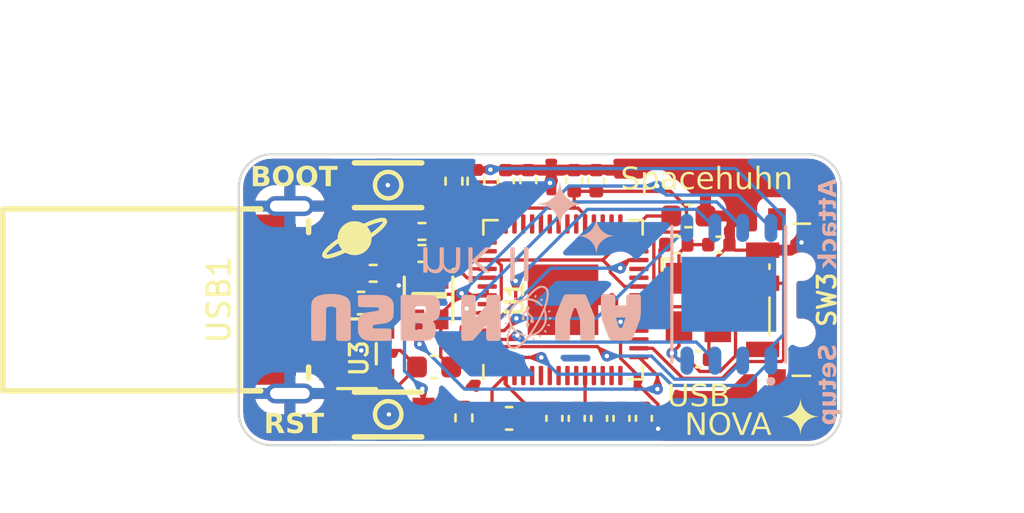
<source format=kicad_pcb>
(kicad_pcb (version 20221018) (generator pcbnew)
  (title_block (title "USB Nova RP2040") (date "2023-03-15") (rev "1") (company "Spacehuhn Technologies") (comment 1 "Designed with <3 by Stefan"))
  (layers (0 "F.Cu" signal) (31 "B.Cu" signal) (34 "B.Paste" user) (35 "F.Paste" user) (36 "B.SilkS" user "B.Silkscreen") (37 "F.SilkS" user "F.Silkscreen") (38 "B.Mask" user) (39 "F.Mask" user) (44 "Edge.Cuts" user))
  (net 0 "")
  (net 1 "+1V1")
  (net 2 "GND")
  (net 3 "Net-(X1-OSC1)")
  (net 4 "Net-(U1-XIN)")
  (net 5 "+3V3")
  (net 6 "VBUS")
  (net 8 "/NEOPIXEL")
  (net 9 "Net-(USB1-CC)")
  (net 10 "/RESET")
  (net 11 "/D+")
  (net 12 "/D-")
  (net 13 "Net-(U1-XOUT)")
  (net 14 "Net-(R6-Pad2)")
  (net 16 "/MODE_SW")
  (net 47 "/QSPI_DATA3")
  (net 48 "/QSPI_SCK")
  (net 49 "/QSPI_DATA0")
  (net 50 "/QSPI_DATA2")
  (net 51 "/QSPI_DATA1")
  (net 55 "/DP")
  (net 56 "/DN")
  (net 57 "/QSPI_CS")
  (footprint "Capacitor_SMD:C_0402_1005Metric" (layer "F.Cu") (at 142.6175 114.4 90)
    (fp_text reference "C3" hide)
    (fp_text value "100nF")
    (pad "1" smd roundrect (at -0.48 0 90) (size 0.56 0.62) (layers "F.Cu" "F.Paste" "F.Mask") (net 1 "+1V1"))
    (pad "2" smd roundrect (at 0.48 0 90) (size 0.56 0.62) (layers "F.Cu" "F.Paste" "F.Mask") (net 2 "GND"))
  )
  (footprint "Capacitor_SMD:C_0402_1005Metric" (layer "F.Cu") (at 151.255 117.3)
    (fp_text reference "C2" hide)
    (fp_text value "33pF")
    (pad "1" smd roundrect (at -0.48 0) (size 0.56 0.62) (layers "F.Cu" "F.Paste" "F.Mask") (net 3 "Net-(X1-OSC1)"))
    (pad "2" smd roundrect (at 0.48 0) (size 0.56 0.62) (layers "F.Cu" "F.Paste" "F.Mask") (net 2 "GND"))
  )
  (footprint "Resistor_SMD:R_0402_1005Metric" (layer "F.Cu") (at 139.7 125.16 -90)
    (fp_text reference "R2" hide)
    (fp_text value "10K")
    (pad "1" smd roundrect (at -0.51 0 270) (size 0.54 0.64) (layers "F.Cu" "F.Paste" "F.Mask") (net 5 "+3V3"))
    (pad "2" smd roundrect (at 0.51 0 270) (size 0.54 0.64) (layers "F.Cu" "F.Paste" "F.Mask") (net 10 "/RESET"))
  )
  (footprint "Capacitor_SMD:C_0603_1608Metric" (layer "F.Cu") (at 138.35 122.85 180)
    (fp_text reference "C13" hide)
    (fp_text value "10uF")
    (pad "1" smd roundrect (at -0.775 0 180) (size 0.9 0.95) (layers "F.Cu" "F.Paste" "F.Mask") (net 5 "+3V3"))
    (pad "2" smd roundrect (at 0.775 0 180) (size 0.9 0.95) (layers "F.Cu" "F.Paste" "F.Mask") (net 2 "GND"))
  )
  (footprint "Capacitor_SMD:C_0402_1005Metric" (layer "F.Cu") (at 145.7 114.4 90)
    (fp_text reference "C14" hide)
    (fp_text value "100nF")
    (pad "1" smd roundrect (at -0.48 0 90) (size 0.56 0.62) (layers "F.Cu" "F.Paste" "F.Mask") (net 5 "+3V3"))
    (pad "2" smd roundrect (at 0.48 0 90) (size 0.56 0.62) (layers "F.Cu" "F.Paste" "F.Mask") (net 2 "GND"))
  )
  (footprint "Capacitor_SMD:C_0402_1005Metric" (layer "F.Cu") (at 145.8284 125.18 -90)
    (fp_text reference "C8" hide)
    (fp_text value "100nF")
    (pad "1" smd roundrect (at -0.48 0 270) (size 0.56 0.62) (layers "F.Cu" "F.Paste" "F.Mask") (net 5 "+3V3"))
    (pad "2" smd roundrect (at 0.48 0 270) (size 0.56 0.62) (layers "F.Cu" "F.Paste" "F.Mask") (net 2 "GND"))
  )
  (footprint "Artwork:star_tiny" (layer "F.Cu") (at 154.95 125.1)
    (fp_text reference "G8" hide)
    (fp_text value "LOGO" hide)
  )
  (footprint "Resistor_SMD:R_0402_1005Metric" (layer "F.Cu") (at 137.8 117.7)
    (fp_text reference "R3" hide)
    (fp_text value "27R")
    (pad "1" smd roundrect (at -0.51 0) (size 0.54 0.64) (layers "F.Cu" "F.Paste" "F.Mask") (net 11 "/D+"))
    (pad "2" smd roundrect (at 0.51 0) (size 0.54 0.64) (layers "F.Cu" "F.Paste" "F.Mask") (net 55 "/DP"))
  )
  (footprint "Capacitor_SMD:C_0402_1005Metric" (layer "F.Cu") (at 144.8142 125.18 -90)
    (fp_text reference "C11" hide)
    (fp_text value "100nF")
    (pad "1" smd roundrect (at -0.48 0 270) (size 0.56 0.62) (layers "F.Cu" "F.Paste" "F.Mask") (net 5 "+3V3"))
    (pad "2" smd roundrect (at 0.48 0 270) (size 0.56 0.62) (layers "F.Cu" "F.Paste" "F.Mask") (net 2 "GND"))
  )
  (footprint "Resistor_SMD:R_0402_1005Metric" (layer "F.Cu") (at 149.325 117.3 180)
    (fp_text reference "R5" hide)
    (fp_text value "1K")
    (pad "1" smd roundrect (at -0.51 0 180) (size 0.54 0.64) (layers "F.Cu" "F.Paste" "F.Mask") (net 3 "Net-(X1-OSC1)"))
    (pad "2" smd roundrect (at 0.51 0 180) (size 0.54 0.64) (layers "F.Cu" "F.Paste" "F.Mask") (net 13 "Net-(U1-XOUT)"))
  )
  (footprint "_mykicadlib:SW-SMD_L3.0-W2.0-LS3.5" (layer "F.Cu") (at 136.27 114.6 180)
    (fp_text reference "SW2" hide)
    (fp_text value "1TS015A-2200-0600-CT")
    (pad "1" smd rect (at -1.6 0 180) (size 1 1.52) (layers "F.Cu" "F.Paste" "F.Mask") (net 14 "Net-(R6-Pad2)"))
    (pad "2" smd rect (at 1.6 0 180) (size 1 1.52) (layers "F.Cu" "F.Paste" "F.Mask") (net 2 "GND"))
  )
  (footprint "Resistor_SMD:R_0402_1005Metric" (layer "F.Cu") (at 139.25 114.42 -90)
    (fp_text reference "R6" hide)
    (fp_text value "1K")
    (pad "1" smd roundrect (at -0.51 0 270) (size 0.54 0.64) (layers "F.Cu" "F.Paste" "F.Mask") (net 57 "/QSPI_CS"))
    (pad "2" smd roundrect (at 0.51 0 270) (size 0.54 0.64) (layers "F.Cu" "F.Paste" "F.Mask") (net 14 "Net-(R6-Pad2)"))
  )
  (footprint "Capacitor_SMD:C_0402_1005Metric" (layer "F.Cu") (at 147.8567 125.18 -90)
    (fp_text reference "C15" hide)
    (fp_text value "100nF")
    (pad "1" smd roundrect (at -0.48 0 270) (size 0.56 0.62) (layers "F.Cu" "F.Paste" "F.Mask") (net 5 "+3V3"))
    (pad "2" smd roundrect (at 0.48 0 270) (size 0.56 0.62) (layers "F.Cu" "F.Paste" "F.Mask") (net 2 "GND"))
  )
  (footprint "Artwork:planet_small" (layer "F.Cu") (at 134.75 117)
    (fp_text reference "G6" hide)
    (fp_text value "LOGO" hide)
  )
  (footprint "Capacitor_SMD:C_0603_1608Metric" (layer "F.Cu") (at 141.75 125.18)
    (fp_text reference "C10" hide)
    (fp_text value "1uF")
    (pad "1" smd roundrect (at -0.775 0) (size 0.9 0.95) (layers "F.Cu" "F.Paste" "F.Mask") (net 5 "+3V3"))
    (pad "2" smd roundrect (at 0.775 0) (size 0.9 0.95) (layers "F.Cu" "F.Paste" "F.Mask") (net 2 "GND"))
  )
  (footprint "_mykicadlib:SW-SMD_L3.0-W2.0-LS3.5" (layer "F.Cu") (at 136.27 125 180)
    (fp_text reference "SW1" hide)
    (fp_text value "1TS015A-2200-0600-CT")
    (pad "1" smd rect (at -1.6 0 180) (size 1 1.52) (layers "F.Cu" "F.Paste" "F.Mask") (net 10 "/RESET"))
    (pad "2" smd rect (at 1.6 0 180) (size 1 1.52) (layers "F.Cu" "F.Paste" "F.Mask") (net 2 "GND"))
  )
  (footprint "Capacitor_SMD:C_0402_1005Metric" (layer "F.Cu") (at 143.8 125.18 -90)
    (fp_text reference "C12" hide)
    (fp_text value "100nF")
    (pad "1" smd roundrect (at -0.48 0 270) (size 0.56 0.62) (layers "F.Cu" "F.Paste" "F.Mask") (net 5 "+3V3"))
    (pad "2" smd roundrect (at 0.48 0 270) (size 0.56 0.62) (layers "F.Cu" "F.Paste" "F.Mask") (net 2 "GND"))
  )
  (footprint "Capacitor_SMD:C_0402_1005Metric" (layer "F.Cu") (at 144.7 114.4 90)
    (fp_text reference "C5" hide)
    (fp_text value "100nF")
    (pad "1" smd roundrect (at -0.48 0 90) (size 0.56 0.62) (layers "F.Cu" "F.Paste" "F.Mask") (net 5 "+3V3"))
    (pad "2" smd roundrect (at 0.48 0 90) (size 0.56 0.62) (layers "F.Cu" "F.Paste" "F.Mask") (net 2 "GND"))
  )
  (footprint "Capacitor_SMD:C_0402_1005Metric" (layer "F.Cu") (at 146.8425 125.18 -90)
    (fp_text reference "C9" hide)
    (fp_text value "100nF")
    (pad "1" smd roundrect (at -0.48 0 270) (size 0.56 0.62) (layers "F.Cu" "F.Paste" "F.Mask") (net 5 "+3V3"))
    (pad "2" smd roundrect (at 0.48 0 270) (size 0.56 0.62) (layers "F.Cu" "F.Paste" "F.Mask") (net 2 "GND"))
  )
  (footprint "Capacitor_SMD:C_0402_1005Metric" (layer "F.Cu") (at 150.325 122.5 180)
    (fp_text reference "C4" hide)
    (fp_text value "33pF")
    (pad "1" smd roundrect (at -0.48 0 180) (size 0.56 0.62) (layers "F.Cu" "F.Paste" "F.Mask") (net 4 "Net-(U1-XIN)"))
    (pad "2" smd roundrect (at 0.48 0 180) (size 0.56 0.62) (layers "F.Cu" "F.Paste" "F.Mask") (net 2 "GND"))
  )
  (footprint "_mykicadlib:OSC-SMD_4P-L3.2-W2.5-BL" (layer "F.Cu") (at 150.3275 119.925 -90)
    (fp_text reference "X1" hide)
    (fp_text value "Crystal_12MHz")
    (pad "1" smd rect (at -1.1 0.88 270) (size 1.4 1.2) (layers "F.Cu" "F.Paste" "F.Mask") (net 3 "Net-(X1-OSC1)"))
    (pad "2" smd rect (at 1.1 0.88 270) (size 1.4 1.2) (layers "F.Cu" "F.Paste" "F.Mask") (net 2 "GND"))
    (pad "3" smd rect (at 1.1 -0.88 270) (size 1.4 1.2) (layers "F.Cu" "F.Paste" "F.Mask") (net 4 "Net-(U1-XIN)"))
    (pad "4" smd rect (at -1.1 -0.88 270) (size 1.4 1.2) (layers "F.Cu" "F.Paste" "F.Mask") (net 2 "GND"))
  )
  (footprint "Capacitor_SMD:C_0603_1608Metric" (layer "F.Cu") (at 135.04 119.95 180)
    (fp_text reference "C7" hide)
    (fp_text value "10uF")
    (pad "1" smd roundrect (at -0.775 0 180) (size 0.9 0.95) (layers "F.Cu" "F.Paste" "F.Mask") (net 2 "GND"))
    (pad "2" smd roundrect (at 0.775 0 180) (size 0.9 0.95) (layers "F.Cu" "F.Paste" "F.Mask") (net 6 "VBUS"))
  )
  (footprint "_mykicadlib:SOT-25-5_ME6211C33M5G" (layer "F.Cu") (at 134.75 122.255 -90)
    (fp_text reference "U3" (at 0.2 -0.2 90) (layer "F.SilkS") (effects (font (size 0.8 0.8))))
    (fp_text value "ME6211C33M5G-N")
    (pad "1" smd rect (at -0.955 1.05 180) (size 1.09 0.53) (layers "F.Cu" "F.Paste" "F.Mask") (net 6 "VBUS"))
    (pad "2" smd rect (at -0.005 1.05 180) (size 1.09 0.53) (layers "F.Cu" "F.Paste" "F.Mask") (net 2 "GND"))
    (pad "3" smd rect (at 0.945 1.05 180) (size 1.09 0.53) (layers "F.Cu" "F.Paste" "F.Mask") (net 6 "VBUS"))
    (pad "4" smd rect (at 0.945 -1.25 180) (size 1.09 0.53) (layers "F.Cu" "F.Paste" "F.Mask"))
    (pad "5" smd rect (at -0.955 -1.25 180) (size 1.09 0.53) (layers "F.Cu" "F.Paste" "F.Mask") (net 5 "+3V3"))
  )
  (footprint "_mykicadlib:LED-SMD_4P-L2.0-W2.0-TL_WS2812B-2020" (layer "F.Cu") (at 138.1 119.7725 -90)
    (fp_text reference "LED1" hide)
    (fp_text value "WS2812B-2020")
    (pad "1" smd rect (at -0.92 -0.55 270) (size 0.9 0.7) (layers "F.Cu" "F.Paste" "F.Mask"))
    (pad "2" smd rect (at -0.92 0.55 270) (size 0.9 0.7) (layers "F.Cu" "F.Paste" "F.Mask") (net 2 "GND"))
    (pad "3" smd rect (at 0.92 0.55 270) (size 0.9 0.7) (layers "F.Cu" "F.Paste" "F.Mask") (net 8 "/NEOPIXEL"))
    (pad "4" smd rect (at 0.92 -0.55 270) (size 0.9 0.7) (layers "F.Cu" "F.Paste" "F.Mask") (net 5 "+3V3"))
  )
  (footprint "Package_DFN_QFN:QFN-56-1EP_7x7mm_P0.4mm_EP3.2x3.2mm" (layer "F.Cu") (at 144.1925 119.8 90)
    (fp_text reference "U1" (at 0.0575 -2.1925 90) (layer "F.SilkS") (effects (font (size 0.8 0.8) (thickness 0.16) bold)))
    (fp_text value "RP2040")
    (pad "1" smd roundrect (at -3.4375 -2.6 90) (size 0.875 0.2) (layers "F.Cu" "F.Paste" "F.Mask") (net 5 "+3V3"))
    (pad "2" smd roundrect (at -3.4375 -2.2 90) (size 0.875 0.2) (layers "F.Cu" "F.Paste" "F.Mask"))
    (pad "3" smd roundrect (at -3.4375 -1.8 90) (size 0.875 0.2) (layers "F.Cu" "F.Paste" "F.Mask"))
    (pad "4" smd roundrect (at -3.4375 -1.4 90) (size 0.875 0.2) (layers "F.Cu" "F.Paste" "F.Mask"))
    (pad "5" smd roundrect (at -3.4375 -1 90) (size 0.875 0.2) (layers "F.Cu" "F.Paste" "F.Mask"))
    (pad "6" smd roundrect (at -3.4375 -0.6 90) (size 0.875 0.2) (layers "F.Cu" "F.Paste" "F.Mask"))
    (pad "7" smd roundrect (at -3.4375 -0.2 90) (size 0.875 0.2) (layers "F.Cu" "F.Paste" "F.Mask"))
    (pad "8" smd roundrect (at -3.4375 0.2 90) (size 0.875 0.2) (layers "F.Cu" "F.Paste" "F.Mask"))
    (pad "9" smd roundrect (at -3.4375 0.6 90) (size 0.875 0.2) (layers "F.Cu" "F.Paste" "F.Mask"))
    (pad "10" smd roundrect (at -3.4375 1 90) (size 0.875 0.2) (layers "F.Cu" "F.Paste" "F.Mask") (net 5 "+3V3"))
    (pad "11" smd roundrect (at -3.4375 1.4 90) (size 0.875 0.2) (layers "F.Cu" "F.Paste" "F.Mask"))
    (pad "12" smd roundrect (at -3.4375 1.8 90) (size 0.875 0.2) (layers "F.Cu" "F.Paste" "F.Mask"))
    (pad "13" smd roundrect (at -3.4375 2.2 90) (size 0.875 0.2) (layers "F.Cu" "F.Paste" "F.Mask"))
    (pad "14" smd roundrect (at -3.4375 2.6 90) (size 0.875 0.2) (layers "F.Cu" "F.Paste" "F.Mask"))
    (pad "15" smd roundrect (at -2.6 3.4375 90) (size 0.2 0.875) (layers "F.Cu" "F.Paste" "F.Mask") (net 8 "/NEOPIXEL"))
    (pad "16" smd roundrect (at -2.2 3.4375 90) (size 0.2 0.875) (layers "F.Cu" "F.Paste" "F.Mask") (net 16 "/MODE_SW"))
    (pad "17" smd roundrect (at -1.8 3.4375 90) (size 0.2 0.875) (layers "F.Cu" "F.Paste" "F.Mask"))
    (pad "18" smd roundrect (at -1.4 3.4375 90) (size 0.2 0.875) (layers "F.Cu" "F.Paste" "F.Mask"))
    (pad "19" smd roundrect (at -1 3.4375 90) (size 0.2 0.875) (layers "F.Cu" "F.Paste" "F.Mask") (net 2 "GND"))
    (pad "20" smd roundrect (at -0.6 3.4375 90) (size 0.2 0.875) (layers "F.Cu" "F.Paste" "F.Mask") (net 4 "Net-(U1-XIN)"))
    (pad "21" smd roundrect (at -0.2 3.4375 90) (size 0.2 0.875) (layers "F.Cu" "F.Paste" "F.Mask") (net 13 "Net-(U1-XOUT)"))
    (pad "22" smd roundrect (at 0.2 3.4375 90) (size 0.2 0.875) (layers "F.Cu" "F.Paste" "F.Mask") (net 5 "+3V3"))
    (pad "23" smd roundrect (at 0.6 3.4375 90) (size 0.2 0.875) (layers "F.Cu" "F.Paste" "F.Mask") (net 1 "+1V1"))
    (pad "24" smd roundrect (at 1 3.4375 90) (size 0.2 0.875) (layers "F.Cu" "F.Paste" "F.Mask"))
    (pad "25" smd roundrect (at 1.4 3.4375 90) (size 0.2 0.875) (layers "F.Cu" "F.Paste" "F.Mask"))
    (pad "26" smd roundrect (at 1.8 3.4375 90) (size 0.2 0.875) (layers "F.Cu" "F.Paste" "F.Mask") (net 10 "/RESET"))
    (pad "27" smd roundrect (at 2.2 3.4375 90) (size 0.2 0.875) (layers "F.Cu" "F.Paste" "F.Mask"))
    (pad "28" smd roundrect (at 2.6 3.4375 90) (size 0.2 0.875) (layers "F.Cu" "F.Paste" "F.Mask"))
    (pad "29" smd roundrect (at 3.4375 2.6 90) (size 0.875 0.2) (layers "F.Cu" "F.Paste" "F.Mask"))
    (pad "30" smd roundrect (at 3.4375 2.2 90) (size 0.875 0.2) (layers "F.Cu" "F.Paste" "F.Mask"))
    (pad "31" smd roundrect (at 3.4375 1.8 90) (size 0.875 0.2) (layers "F.Cu" "F.Paste" "F.Mask"))
    (pad "32" smd roundrect (at 3.4375 1.4 90) (size 0.875 0.2) (layers "F.Cu" "F.Paste" "F.Mask"))
    (pad "33" smd roundrect (at 3.4375 1 90) (size 0.875 0.2) (layers "F.Cu" "F.Paste" "F.Mask") (net 5 "+3V3"))
    (pad "34" smd roundrect (at 3.4375 0.6 90) (size 0.875 0.2) (layers "F.Cu" "F.Paste" "F.Mask"))
    (pad "35" smd roundrect (at 3.4375 0.2 90) (size 0.875 0.2) (layers "F.Cu" "F.Paste" "F.Mask"))
    (pad "36" smd roundrect (at 3.4375 -0.2 90) (size 0.875 0.2) (layers "F.Cu" "F.Paste" "F.Mask"))
    (pad "37" smd roundrect (at 3.4375 -0.6 90) (size 0.875 0.2) (layers "F.Cu" "F.Paste" "F.Mask"))
    (pad "38" smd roundrect (at 3.4375 -1 90) (size 0.875 0.2) (layers "F.Cu" "F.Paste" "F.Mask"))
    (pad "39" smd roundrect (at 3.4375 -1.4 90) (size 0.875 0.2) (layers "F.Cu" "F.Paste" "F.Mask"))
    (pad "40" smd roundrect (at 3.4375 -1.8 90) (size 0.875 0.2) (layers "F.Cu" "F.Paste" "F.Mask"))
    (pad "41" smd roundrect (at 3.4375 -2.2 90) (size 0.875 0.2) (layers "F.Cu" "F.Paste" "F.Mask"))
    (pad "42" smd roundrect (at 3.4375 -2.6 90) (size 0.875 0.2) (layers "F.Cu" "F.Paste" "F.Mask") (net 5 "+3V3"))
    (pad "43" smd roundrect (at 2.6 -3.4375 90) (size 0.2 0.875) (layers "F.Cu" "F.Paste" "F.Mask") (net 5 "+3V3"))
    (pad "44" smd roundrect (at 2.2 -3.4375 90) (size 0.2 0.875) (layers "F.Cu" "F.Paste" "F.Mask") (net 5 "+3V3"))
    (pad "45" smd roundrect (at 1.8 -3.4375 90) (size 0.2 0.875) (layers "F.Cu" "F.Paste" "F.Mask") (net 1 "+1V1"))
    (pad "46" smd roundrect (at 1.4 -3.4375 90) (size 0.2 0.875) (layers "F.Cu" "F.Paste" "F.Mask") (net 56 "/DN"))
    (pad "47" smd roundrect (at 1 -3.4375 90) (size 0.2 0.875) (layers "F.Cu" "F.Paste" "F.Mask") (net 55 "/DP"))
    (pad "48" smd roundrect (at 0.6 -3.4375 90) (size 0.2 0.875) (layers "F.Cu" "F.Paste" "F.Mask") (net 5 "+3V3"))
    (pad "49" smd roundrect (at 0.2 -3.4375 90) (size 0.2 0.875) (layers "F.Cu" "F.Paste" "F.Mask") (net 5 "+3V3"))
    (pad "50" smd roundrect (at -0.2 -3.4375 90) (size 0.2 0.875) (layers "F.Cu" "F.Paste" "F.Mask") (net 1 "+1V1"))
    (pad "51" smd roundrect (at -0.6 -3.4375 90) (size 0.2 0.875) (layers "F.Cu" "F.Paste" "F.Mask") (net 47 "/QSPI_DATA3"))
    (pad "52" smd roundrect (at -1 -3.4375 90) (size 0.2 0.875) (layers "F.Cu" "F.Paste" "F.Mask") (net 48 "/QSPI_SCK"))
    (pad "53" smd roundrect (at -1.4 -3.4375 90) (size 0.2 0.875) (layers "F.Cu" "F.Paste" "F.Mask") (net 49 "/QSPI_DATA0"))
    (pad "54" smd roundrect (at -1.8 -3.4375 90) (size 0.2 0.875) (layers "F.Cu" "F.Paste" "F.Mask") (net 50 "/QSPI_DATA2"))
    (pad "55" smd roundrect (at -2.2 -3.4375 90) (size 0.2 0.875) (layers "F.Cu" "F.Paste" "F.Mask") (net 51 "/QSPI_DATA1"))
    (pad "56" smd roundrect (at -2.6 -3.4375 90) (size 0.2 0.875) (layers "F.Cu" "F.Paste" "F.Mask") (net 57 "/QSPI_CS"))
    (pad "57" smd rect (at 0 0 90) (size 3.2 3.2) (layers "F.Cu" "F.Mask") (net 2 "GND"))
  )
  (footprint "_mykicadlib:USB-C-SMD_TYPEC-951-ARP24" (layer "F.Cu") (at 131.1425 119.8 -90)
    (fp_text reference "USB1" (at 0 2.54 -90) (layer "F.SilkS"))
    (fp_text value "TYPEC-951-ARP24")
    (pad "25" smd rect (at -3.56 0.42 270) (size 0.61 1.8) (layers "F.Cu" "F.Paste" "F.Mask") (net 2 "GND"))
    (pad "25" smd rect (at 3.55 0.42 270) (size 0.61 1.8) (layers "F.Cu" "F.Paste" "F.Mask") (net 2 "GND"))
    (pad "26" thru_hole oval (at -4.25 -0.67 270) (size 0.9 2.2) (drill oval 0.500024 1.799996) (layers "*.Cu" "*.Paste" "*.Mask") (net 2 "GND"))
    (pad "26" thru_hole oval (at 4.25 -0.67 270) (size 0.9 2.2) (drill oval 0.500024 1.799996) (layers "*.Cu" "*.Paste" "*.Mask") (net 2 "GND"))
    (pad "A1" smd rect (at 2.75 -0.77 270) (size 0.36 1.1) (layers "F.Cu" "F.Paste" "F.Mask") (net 2 "GND"))
    (pad "A2" smd rect (at 2.25 -0.77 270) (size 0.36 1.1) (layers "F.Cu" "F.Paste" "F.Mask"))
    (pad "A3" smd rect (at 1.75 -0.77 270) (size 0.36 1.1) (layers "F.Cu" "F.Paste" "F.Mask"))
    (pad "A4" smd rect (at 1.25 -0.77 270) (size 0.36 1.1) (layers "F.Cu" "F.Paste" "F.Mask") (net 6 "VBUS"))
    (pad "A5" smd rect (at 0.75 -0.77 270) (size 0.36 1.1) (layers "F.Cu" "F.Paste" "F.Mask") (net 9 "Net-(USB1-CC)"))
    (pad "A6" smd rect (at 0.25 -0.77 270) (size 0.36 1.1) (layers "F.Cu" "F.Paste" "F.Mask") (net 11 "/D+"))
    (pad "A7" smd rect (at -0.25 -0.77 270) (size 0.36 1.1) (layers "F.Cu" "F.Paste" "F.Mask") (net 12 "/D-"))
    (pad "A8" smd rect (at -0.75 -0.77 270) (size 0.36 1.1) (layers "F.Cu" "F.Paste" "F.Mask"))
    (pad "A9" smd rect (at -1.25 -0.77 270) (size 0.36 1.1) (layers "F.Cu" "F.Paste" "F.Mask") (net 6 "VBUS"))
    (pad "A10" smd rect (at -1.75 -0.77 270) (size 0.36 1.1) (layers "F.Cu" "F.Paste" "F.Mask"))
    (pad "A11" smd rect (at -2.25 -0.77 270) (size 0.36 1.1) (layers "F.Cu" "F.Paste" "F.Mask"))
    (pad "A12" smd rect (at -2.75 -0.77 270) (size 0.36 1.1) (layers "F.Cu" "F.Paste" "F.Mask") (net 2 "GND"))
    (pad "B1" smd rect (at -2.75 0.77 270) (size 0.36 1.1) (layers "F.Cu" "F.Paste" "F.Mask") (net 2 "GND"))
    (pad "B2" smd rect (at -2.25 0.77 270) (size 0.36 1.1) (layers "F.Cu" "F.Paste" "F.Mask"))
    (pad "B3" smd rect (at -1.75 0.77 270) (size 0.36 1.1) (layers "F.Cu" "F.Paste" "F.Mask"))
    (pad "B4" smd rect (at -1.25 0.77 270) (size 0.36 1.1) (layers "F.Cu" "F.Paste" "F.Mask") (net 6 "VBUS"))
    (pad "B5" smd rect (at -0.75 0.77 270) (size 0.36 1.1) (layers "F.Cu" "F.Paste" "F.Mask"))
    (pad "B6" smd rect (at -0.25 0.77 270) (size 0.36 1.1) (layers "F.Cu" "F.Paste" "F.Mask"))
    (pad "B7" smd rect (at 0.25 0.77 270) (size 0.36 1.1) (layers "F.Cu" "F.Paste" "F.Mask"))
    (pad "B8" smd rect (at 0.75 0.77 270) (size 0.36 1.1) (layers "F.Cu" "F.Paste" "F.Mask"))
    (pad "B9" smd rect (at 1.25 0.77 270) (size 0.36 1.1) (layers "F.Cu" "F.Paste" "F.Mask") (net 6 "VBUS"))
    (pad "B10" smd rect (at 1.75 0.77 270) (size 0.36 1.1) (layers "F.Cu" "F.Paste" "F.Mask"))
    (pad "B11" smd rect (at 2.25 0.77 270) (size 0.36 1.1) (layers "F.Cu" "F.Paste" "F.Mask"))
    (pad "B12" smd rect (at 2.75 0.77 270) (size 0.36 1.1) (layers "F.Cu" "F.Paste" "F.Mask") (net 2 "GND"))
  )
  (footprint "Capacitor_SMD:C_0603_1608Metric" (layer "F.Cu") (at 149.875 116 180)
    (fp_text reference "C6" hide)
    (fp_text value "1uF")
    (pad "1" smd roundrect (at -0.775 0 180) (size 0.9 0.95) (layers "F.Cu" "F.Paste" "F.Mask") (net 2 "GND"))
    (pad "2" smd roundrect (at 0.775 0 180) (size 0.9 0.95) (layers "F.Cu" "F.Paste" "F.Mask") (net 1 "+1V1"))
  )
  (footprint "Resistor_SMD:R_0402_1005Metric" (layer "F.Cu") (at 135.59 118.6)
    (fp_text reference "R1" hide)
    (fp_text value "5.1K")
    (pad "1" smd roundrect (at -0.51 0) (size 0.54 0.64) (layers "F.Cu" "F.Paste" "F.Mask") (net 9 "Net-(USB1-CC)"))
    (pad "2" smd roundrect (at 0.51 0) (size 0.54 0.64) (layers "F.Cu" "F.Paste" "F.Mask") (net 2 "GND"))
  )
  (footprint "Resistor_SMD:R_0402_1005Metric" (layer "F.Cu") (at 137.8 116.7)
    (fp_text reference "R4" hide)
    (fp_text value "27R")
    (pad "1" smd roundrect (at -0.51 0) (size 0.54 0.64) (layers "F.Cu" "F.Paste" "F.Mask") (net 12 "/D-"))
    (pad "2" smd roundrect (at 0.51 0) (size 0.54 0.64) (layers "F.Cu" "F.Paste" "F.Mask") (net 56 "/DN"))
  )
  (footprint "_mykicadlib:SW_MK-12C02-G020" (layer "F.Cu") (at 154.6687 119.8 90)
    (fp_text reference "SW3" (at 0 1.4863 90) (layer "F.SilkS") (effects (font (size 0.8 0.8))))
    (fp_text value "MK-12C02-G020")
    (pad "" smd rect (at -3.65 -0.78 90) (size 1 0.8) (layers "F.Cu" "F.Paste" "F.Mask"))
    (pad "" smd rect (at -3.65 1.43 90) (size 1 0.8) (layers "F.Cu" "F.Paste" "F.Mask"))
    (pad "" np_thru_hole circle (at -1.5 0.33 90) (size 0.9 0.9) (drill 0.9) (layers "*.Cu" "*.Mask"))
    (pad "" np_thru_hole circle (at 1.5 0.33 90) (size 0.9 0.9) (drill 0.9) (layers "*.Cu" "*.Mask"))
    (pad "" smd rect (at 3.65 -0.78 90) (size 1 0.8) (layers "F.Cu" "F.Paste" "F.Mask"))
    (pad "" smd rect (at 3.65 1.43 90) (size 1 0.8) (layers "F.Cu" "F.Paste" "F.Mask"))
    (pad "1" smd rect (at -2.25 -1.43 90) (size 0.7 1.5) (layers "F.Cu" "F.Paste" "F.Mask"))
    (pad "2" smd rect (at 0.75 -1.43 90) (size 0.7 1.5) (layers "F.Cu" "F.Paste" "F.Mask") (net 16 "/MODE_SW"))
    (pad "3" smd rect (at 2.25 -1.43 90) (size 0.7 1.5) (layers "F.Cu" "F.Paste" "F.Mask") (net 2 "GND"))
  )
  (footprint "Capacitor_SMD:C_0402_1005Metric" (layer "F.Cu") (at 141.6 114.4 90)
    (fp_text reference "C1" hide)
    (fp_text value "100nF")
    (pad "1" smd roundrect (at -0.48 0 90) (size 0.56 0.62) (layers "F.Cu" "F.Paste" "F.Mask") (net 1 "+1V1"))
    (pad "2" smd roundrect (at 0.48 0 90) (size 0.56 0.62) (layers "F.Cu" "F.Paste" "F.Mask") (net 2 "GND"))
  )
  (footprint "Resistor_SMD:R_0402_1005Metric" (layer "F.Cu") (at 140.25 114.42 90)
    (fp_text reference "R7" hide)
    (fp_text value "10K")
    (pad "1" smd roundrect (at -0.51 0 90) (size 0.54 0.64) (layers "F.Cu" "F.Paste" "F.Mask") (net 5 "+3V3"))
    (pad "2" smd roundrect (at 0.51 0 90) (size 0.54 0.64) (layers "F.Cu" "F.Paste" "F.Mask") (net 57 "/QSPI_CS"))
  )
  (footprint "Artwork:nova" (layer "B.Cu") (at 140.249871 120.6)
    (fp_text reference "G1" hide)
    (fp_text value "LOGO" hide)
  )
  (footprint "_mykicadlib:WSON-8_L6.0-W5.0-P1.27-BL-EP" (layer "B.Cu") (at 151.715 119.55)
    (fp_text reference "U2" hide)
    (fp_text value "W25Q128JVZPIQ")
    (pad "1" smd oval (at 1.9 3.01 180) (size 0.58 1.28) (layers "B.Cu" "B.Paste" "B.Mask") (net 57 "/QSPI_CS"))
    (pad "2" smd oval (at 0.62 3.01 180) (size 0.58 1.28) (layers "B.Cu" "B.Paste" "B.Mask") (net 51 "/QSPI_DATA1"))
    (pad "3" smd oval (at -0.64 3.01 180) (size 0.58 1.28) (layers "B.Cu" "B.Paste" "B.Mask") (net 50 "/QSPI_DATA2"))
    (pad "4" smd oval (at -1.91 3.01 180) (size 0.58 1.28) (layers "B.Cu" "B.Paste" "B.Mask") (net 2 "GND"))
    (pad "5" smd oval (at -1.91 -3.01 180) (size 0.58 1.28) (layers "B.Cu" "B.Paste" "B.Mask") (net 49 "/QSPI_DATA0"))
    (pad "6" smd oval (at -0.64 -3.01 180) (size 0.58 1.28) (layers "B.Cu" "B.Paste" "B.Mask") (net 48 "/QSPI_SCK"))
    (pad "7" smd oval (at 0.62 -3.01 180) (size 0.58 1.28) (layers "B.Cu" "B.Paste" "B.Mask") (net 47 "/QSPI_DATA3"))
    (pad "8" smd oval (at 1.9 -3.01 180) (size 0.58 1.28) (layers "B.Cu" "B.Paste" "B.Mask") (net 5 "+3V3"))
    (pad "9" smd rect (at -0.01 0 180) (size 4.3 3.4) (layers "B.Cu" "B.Paste" "B.Mask"))
  )
  (footprint "Artwork:star_tiny" (layer "B.Cu") (at 145.7 116.9)
    (fp_text reference "G5" hide)
    (fp_text value "LOGO" hide)
  )
  (footprint "Artwork:star_small" (layer "B.Cu") (at 144.05 115.455)
    (fp_text reference "G4" hide)
    (fp_text value "LOGO" hide)
  )
  (gr_line (start 131 126.4) (end 155.305 126.4) (stroke (width 0.1)) (layer "Edge.Cuts"))
  (gr_line (start 156.805 114.7) (end 156.805 124.9) (stroke (width 0.1)) (layer "Edge.Cuts"))
  (gr_arc (start 129.5 114.7) (mid 129.93934 113.63934) (end 131 113.2) (stroke (width 0.1)) (layer "Edge.Cuts"))
  (gr_line (start 131 113.2) (end 155.305 113.2) (stroke (width 0.1)) (layer "Edge.Cuts"))
  (gr_arc (start 155.305 113.2) (mid 156.36566 113.63934) (end 156.805 114.7) (stroke (width 0.1)) (layer "Edge.Cuts"))
  (gr_arc (start 156.805 124.9) (mid 156.36566 125.96066) (end 155.305 126.4) (stroke (width 0.1)) (layer "Edge.Cuts"))
  (gr_line (start 129.5 114.7) (end 129.5 124.9) (stroke (width 0.1)) (layer "Edge.Cuts"))
  (gr_arc (start 131 126.4) (mid 129.93934 125.96066) (end 129.5 124.9) (stroke (width 0.1)) (layer "Edge.Cuts"))
  (gr_text "mk II" (at 140.249999 117.166324 180) (layer "B.SilkS") (effects (font (size 1.5 1.5)) (justify bottom mirror)))
  (gr_text "Setup" (at 156.7 121.8 90) (layer "B.SilkS") (effects (font (size 0.8 0.8) (thickness 0.15) bold) (justify left bottom mirror)))
  (gr_text "Attack" (at 156.7 114.3 90) (layer "B.SilkS") (effects (font (size 0.8 0.8) (thickness 0.15) bold) (justify left bottom mirror)))
  (gr_text "USB" (at 148.9 124.8) (layer "F.SilkS") (effects (font (size 1 1)) (justify left bottom)))
  (gr_text "RST" (at 132 126) (layer "F.SilkS") (effects (font (size 0.9 0.9) (thickness 0.16) bold) (justify bottom)))
  (gr_text "Spacehuhn" (at 146.8 114.95) (layer "F.SilkS") (effects (font (size 1 1)) (justify left bottom)))
  (gr_text "NOVA" (at 149.7 126.1) (layer "F.SilkS") (effects (font (size 1 1)) (justify left bottom)))
  (gr_text "BOOT" (at 132 114.8) (layer "F.SilkS") (effects (font (size 0.9 0.9) (thickness 0.16) bold) (justify bottom)))
  (segment (start 141.3945 119.754382) (end 141.3945 118.245618) (width 0.15) (layer "F.Cu") (net 1))
  (segment (start 141.148882 120) (end 141.3945 119.754382) (width 0.15) (layer "F.Cu") (net 1))
  (segment (start 141.1773 114.4573) (end 138.9997 114.4573) (width 0.15) (layer "F.Cu") (net 1))
  (segment (start 137.2861 113.6379) (end 137.1096 113.8144) (width 0.15) (layer "F.Cu") (net 1))
  (segment (start 137.1096 115.4351) (end 137.4461 115.7716) (width 0.15) (layer "F.Cu") (net 1))
  (segment (start 138.7273 114.1849) (end 138.7273 113.85) (width 0.15) (layer "F.Cu") (net 1))
  (segment (start 141.3945 118.245618) (end 141.148882 118) (width 0.15) (layer "F.Cu") (net 1))
  (segment (start 138.5152 113.6379) (end 137.2861 113.6379) (width 0.15) (layer "F.Cu") (net 1))
  (segment (start 145.9934 117.9978) (end 141.4072 117.9978) (width 0.15) (layer "F.Cu") (net 1))
  (segment (start 145.9934 117.9978) (end 146.3364 118.3408) (width 0.15) (layer "F.Cu") (net 1))
  (segment (start 139.9459 117.5911) (end 140.3548 118) (width 0.15) (layer "F.Cu") (net 1))
  (segment (start 149.1 116) (end 147.9912 116) (width 0.15) (layer "F.Cu") (net 1))
  (segment (start 146.9821 119.2) (end 147.63 119.2) (width 0.15) (layer "F.Cu") (net 1))
  (segment (start 138.9997 114.4573) (end 138.7273 114.1849) (width 0.15) (layer "F.Cu") (net 1))
  (segment (start 141.6 114.88) (end 141.1773 114.4573) (width 0.15) (layer "F.Cu") (net 1))
  (segment (start 139.9459 117.41655) (end 139.9459 117.5911) (width 0.15) (layer "F.Cu") (net 1))
  (segment (start 142.6175 114.88) (end 141.6 114.88) (width 0.15) (layer "F.Cu") (net 1))
  (segment (start 137.4461 115.7716) (end 138.30095 115.7716) (width 0.15) (layer "F.Cu") (net 1))
  (segment (start 140.3548 118) (end 140.755 118) (width 0.15) (layer "F.Cu") (net 1))
  (segment (start 146.3364 118.3408) (end 146.3364 118.5543) (width 0.15) (layer "F.Cu") (net 1))
  (segment (start 138.7273 113.85) (end 138.5152 113.6379) (width 0.15) (layer "F.Cu") (net 1))
  (segment (start 137.1096 113.8144) (end 137.1096 115.4351) (width 0.15) (layer "F.Cu") (net 1))
  (segment (start 146.3364 118.5543) (end 146.9821 119.2) (width 0.15) (layer "F.Cu") (net 1))
  (segment (start 147.9912 116) (end 145.9934 117.9978) (width 0.15) (layer "F.Cu") (net 1))
  (segment (start 140.755 120) (end 141.148882 120) (width 0.15) (layer "F.Cu") (net 1))
  (segment (start 138.30095 115.7716) (end 139.9459 117.41655) (width 0.15) (layer "F.Cu") (net 1))
  (segment (start 141.148882 118) (end 140.755 118) (width 0.15) (layer "F.Cu") (net 1))
  (segment (start 141.4072 117.9978) (end 141.405 118) (width 0.15) (layer "F.Cu") (net 1))
  (segment (start 140.755 118) (end 141.405 118) (width 0.15) (layer "F.Cu") (net 1))
  (segment (start 130.3725 116.59) (end 130.7225 116.24) (width 0.15) (layer "F.Cu") (net 2))
  (segment (start 143.8 125.66) (end 143.005 125.66) (width 0.15) (layer "F.Cu") (net 2))
  (segment (start 151.735 117.3) (end 151.2075 117.8275) (width 0.15) (layer "F.Cu") (net 2))
  (segment (start 152.0095 122.3405) (end 151.3 123.05) (width 0.15) (layer "F.Cu") (net 2))
  (segment (start 147.63 120.8) (end 148.4204 120.8) (width 0.15) (layer "F.Cu") (net 2))
  (segment (start 137.55 118.8525) (end 137.0475 118.8525) (width 0.15) (layer "F.Cu") (net 2))
  (segment (start 148.4204 120.8) (end 148.6454 121.025) (width 0.15) (layer "F.Cu") (net 2))
  (segment (start 130.3725 123) (end 130.7225 123.35) (width 0.15) (layer "F.Cu") (net 2))
  (segment (start 149.4075 122.5) (end 149.1256 122.2181) (width 0.15) (layer "F.Cu") (net 2))
  (segment (start 149.4475 121.025) (end 148.6454 121.025) (width 0.15) (layer "F.Cu") (net 2))
  (segment (start 131.9125 122.55) (end 131.1604 122.55) (width 0.15) (layer "F.Cu") (net 2))
  (segment (start 144.1925 119.8) (end 145.8 119.8) (width 0.15) (layer "F.Cu") (net 2))
  (segment (start 141.4825 113.92) (end 142.6175 113.92) (width 0.15) (layer "F.Cu") (net 2))
  (segment (start 135.815 119.95) (end 135.95 119.95) (width 0.15) (layer "F.Cu") (net 2))
  (segment (start 136.3 125) (end 136.3 124.125) (width 0.15) (layer "F.Cu") (net 2))
  (segment (start 149.845 122.5) (end 149.4075 122.5) (width 0.15) (layer "F.Cu") (net 2))
  (segment (start 151.2075 118.825) (end 152.0095 119.627) (width 0.15) (layer "F.Cu") (net 2))
  (segment (start 130.7225 116.24) (end 131.1225 116.24) (width 0.15) (layer "F.Cu") (net 2))
  (segment (start 149.4475 121.8962) (end 149.1256 122.2181) (width 0.15) (layer "F.Cu") (net 2))
  (segment (start 145.8 119.8) (end 146.8 120.8) (width 0.15) (layer "F.Cu") (net 2))
  (segment (start 131.9125 117.05) (end 130.3725 117.05) (width 0.15) (layer "F.Cu") (net 2))
  (segment (start 147.65 123.301118) (end 147.65 123.699639) (width 0.15) (layer "F.Cu") (net 2))
  (segment (start 137.0475 118.8525) (end 136.75 119.15) (width 0.15) (layer "F.Cu") (net 2))
  (segment (start 130.3725 122.55) (end 130.3725 123) (width 0.15) (layer "F.Cu") (net 2))
  (segment (start 150.395 123.05) (end 149.845 122.5) (width 0.15) (layer "F.Cu") (net 2))
  (segment (start 148.5 124.549639) (end 148.5 125.65) (width 0.15) (layer "F.Cu") (net 2))
  (segment (start 136.825 122.1) (end 135.05 122.1) (width 0.15) (layer "F.Cu") (net 2))
  (segment (start 152.0095 119.627) (end 152.0095 122.3405) (width 0.15) (layer "F.Cu") (net 2))
  (segment (start 151.3 123.05) (end 150.395 123.05) (width 0.15) (layer "F.Cu") (net 2))
  (segment (start 130.7225 123.35) (end 131.1125 123.35) (width 0.15) (layer "F.Cu") (net 2))
  (segment (start 144.7 113.92) (end 145.7 113.92) (width 0.15) (layer "F.Cu") (net 2))
  (segment (start 146.8 122.451118) (end 147.65 123.301118) (width 0.15) (layer "F.Cu") (net 2))
  (segment (start 147.65 123.699639) (end 148.5 124.549639) (width 0.15) (layer "F.Cu") (net 2))
  (segment (start 148.49 125.66) (end 148.5 125.65) (width 0.15) (layer "F.Cu") (net 2))
  (segment (start 137.575 122.85) (end 136.825 122.1) (width 0.15) (layer "F.Cu") (net 2))
  (segment (start 135.95 119.95) (end 136.75 119.15) (width 0.15) (layer "F.Cu") (net 2))
  (segment (start 136.1 118.6) (end 136.2 118.6) (width 0.15) (layer "F.Cu") (net 2))
  (segment (start 146.8 120.8) (end 146.8 122.451118) (width 0.15) (layer "F.Cu") (net 2))
  (segment (start 143.005 125.66) (end 142.525 125.18) (width 0.15) (layer "F.Cu") (net 2))
  (segment (start 130.3725 117.05) (end 130.3725 116.59) (width 0.15) (layer "F.Cu") (net 2))
  (segment (start 131.1246 122.55) (end 131.1604 122.55) (width 0.15) (layer "F.Cu") (net 2))
  (segment (start 151.2075 117.8275) (end 151.2075 118.825) (width 0.15) (layer "F.Cu") (net 2))
  (segment (start 151.985 117.55) (end 153.2387 117.55) (width 0.15) (layer "F.Cu") (net 2))
  (segment (start 151.735 117.3) (end 151.985 117.55) (width 0.15) (layer "F.Cu") (net 2))
  (segment (start 147.63 120.8) (end 146.8 120.8) (width 0.15) (layer "F.Cu") (net 2))
  (segment (start 130.3725 122.55) (end 131.1246 122.55) (width 0.15) (layer "F.Cu") (net 2))
  (segment (start 136.3 124.125) (end 137.575 122.85) (width 0.15) (layer "F.Cu") (net 2))
  (segment (start 136.2 118.6) (end 136.75 119.15) (width 0.15) (layer "F.Cu") (net 2))
  (segment (start 131.1225 116.24) (end 131.8125 115.55) (width 0.15) (layer "F.Cu") (net 2))
  (segment (start 131.1125 123.35) (end 131.8125 124.05) (width 0.15) (layer "F.Cu") (net 2))
  (segment (start 149.4475 121.025) (end 149.4475 121.8962) (width 0.15) (layer "F.Cu") (net 2))
  (via (at 155 117.2) (size 0.5) (drill 0.2) (layers "F.Cu" "B.Cu") (net 2))
  (via (at 149.1256 122.2181) (size 0.5) (drill 0.2) (layers "F.Cu" "B.Cu") (net 2))
  (via (at 135.05 122.1) (size 0.5) (drill 0.2) (layers "F.Cu" "B.Cu") (net 2))
  (via (at 146.8 120.8) (size 0.5) (drill 0.2) (layers "F.Cu" "B.Cu") (net 2))
  (via (at 136.75 119.15) (size 0.5) (drill 0.2) (layers "F.Cu" "B.Cu") (net 2))
  (via (at 136.25 114.6) (size 0.5) (drill 0.2) (layers "F.Cu" "B.Cu") (net 2))
  (via (at 143.6 114.5) (size 0.5) (drill 0.2) (layers "F.Cu" "B.Cu") (net 2))
  (via (at 136.3 125) (size 0.5) (drill 0.2) (layers "F.Cu" "B.Cu") (net 2))
  (via (at 148.5 125.65) (size 0.5) (drill 0.2) (layers "F.Cu" "B.Cu") (net 2))
  (segment (start 149.805 122.56) (end 149.4675 122.56) (width 0.15) (layer "B.Cu") (net 2))
  (segment (start 149.4675 122.56) (end 149.1256 122.2181) (width 0.15) (layer "B.Cu") (net 2))
  (segment (start 149.4475 117.6875) (end 149.835 117.3) (width 0.15) (layer "F.Cu") (net 3))
  (segment (start 149.4475 118.825) (end 149.4475 117.6875) (width 0.15) (layer "F.Cu") (net 3))
  (segment (start 149.835 117.3) (end 150.775 117.3) (width 0.15) (layer "F.Cu") (net 3))
  (segment (start 151.2075 121.025) (end 150.8065 121.025) (width 0.15) (layer "F.Cu") (net 4))
  (segment (start 148.3982 120.1156) (end 150.1586 120.1156) (width 0.15) (layer "F.Cu") (net 4))
  (segment (start 150.1586 120.1156) (end 150.8058 120.7628) (width 0.15) (layer "F.Cu") (net 4))
  (segment (start 150.805 121.0258) (end 150.8058 121.025) (width 0.15) (layer "F.Cu") (net 4))
  (segment (start 148.1138 120.4) (end 148.3982 120.1156) (width 0.15) (layer "F.Cu") (net 4))
  (segment (start 150.8058 120.7628) (end 150.8058 121.025) (width 0.15) (layer "F.Cu") (net 4))
  (segment (start 150.8065 121.025) (end 150.8058 121.025) (width 0.15) (layer "F.Cu") (net 4))
  (segment (start 150.805 122.5) (end 150.805 121.0258) (width 0.15) (layer "F.Cu") (net 4))
  (segment (start 147.63 120.4) (end 148.1138 120.4) (width 0.15) (layer "F.Cu") (net 4))
  (segment (start 139.6885 119.5045) (end 139.784 119.6) (width 0.15) (layer "F.Cu") (net 5))
  (segment (start 145.8284 124.7) (end 145.1925 124.7) (width 0.15) (layer "F.Cu") (net 5))
  (segment (start 138.65 122.375) (end 139.125 122.85) (width 0.15) (layer "F.Cu") (net 5))
  (segment (start 149.7882 115.6016) (end 149.7882 116.4675) (width 0.15) (layer "F.Cu") (net 5))
  (segment (start 141.5925 123.631382) (end 141.5925 123.2375) (width 0.15) (layer "F.Cu") (net 5))
  (segment (start 141.5925 123.2375) (end 140.975 123.855) (width 0.15) (layer "F.Cu") (net 5))
  (segment (start 139.5968 119.5045) (end 138.65 120.4513) (width 0.15) (layer "F.Cu") (net 5))
  (segment (start 139.5968 119.5045) (end 139.5513 119.55) (width 0.15) (layer "F.Cu") (net 5))
  (segment (start 145.7 114.88) (end 148.4609 114.88) (width 0.15) (layer "F.Cu") (net 5))
  (segment (start 145.7 114.88) (end 144.7 114.88) (width 0.15) (layer "F.Cu") (net 5))
  (segment (start 141.8696 115.6412) (end 144.7 115.6412) (width 0.15) (layer "F.Cu") (net 5))
  (segment (start 144.7 114.88) (end 144.7 115.6412) (width 0.15) (layer "F.Cu") (net 5))
  (segment (start 139.125 122.85) (end 141.205 122.85) (width 0.15) (layer "F.Cu") (net 5))
  (segment (start 139.5513 119.55) (end 137.5 119.55) (width 0.15) (layer "F.Cu") (net 5))
  (segment (start 140.445 124.65) (end 140.975 125.18) (width 0.15) (layer "F.Cu") (net 5))
  (segment (start 145.1925 115.9625) (end 144.8712 115.6412) (width 0.15) (layer "F.Cu") (net 5))
  (segment (start 148.4609 114.88) (end 149.0666 114.88) (width 0.15) (layer "F.Cu") (net 5))
  (segment (start 148.3082 116.9778) (end 148.3082 119.3573) (width 0.15) (layer "F.Cu") (net 5))
  (segment (start 143.603 124.503) (end 142.464118 124.503) (width 0.15) (layer "F.Cu") (net 5))
  (segment (start 140.755 119.6) (end 140.755 119.2) (width 0.15) (layer "F.Cu") (net 5))
  (segment (start 147.8567 124.7) (end 146.8425 124.7) (width 0.15) (layer "F.Cu") (net 5))
  (segment (start 145.1925 124.7) (end 145.1925 123.2375) (width 0.15) (layer "F.Cu") (net 5))
  (segment (start 143.8 124.7) (end 143.603 124.503) (width 0.15) (layer "F.Cu") (net 5))
  (segment (start 141.5925 115.9183) (end 141.2383 115.9183) (width 0.15) (layer "F.Cu") (net 5))
  (segment (start 141.5925 115.9183) (end 141.8696 115.6412) (width 0.15) (layer "F.Cu") (net 5))
  (segment (start 148.0655 119.6) (end 147.63 119.6) (width 0.15) (layer "F.Cu") (net 5))
  (segment (start 144.8142 124.7) (end 143.8 124.7) (width 0.15) (layer "F.Cu") (net 5))
  (segment (start 148.3082 119.3573) (end 148.0655 119.6) (width 0.15) (layer "F.Cu") (net 5))
  (segment (start 148.5584 116.7276) (end 148.3082 116.9778) (width 0.15) (layer "F.Cu") (net 5))
  (segment (start 139.784 119.6) (end 140.755 119.6) (width 0.15) (layer "F.Cu") (net 5))
  (segment (start 140.755 117.2) (end 141.5925 116.3625) (width 0.15) (layer "F.Cu") (net 5))
  (segment (start 141.2383 115.9183) (end 140.25 114.93) (width 0.15) (layer "F.Cu") (net 5))
  (segment (start 139.7 124.65) (end 140.445 124.65) (width 0.15) (layer "F.Cu") (net 5))
  (segment (start 141.205 122.85) (end 141.5925 123.2375) (width 0.15) (layer "F.Cu") (net 5))
  (segment (start 138.65 120.6925) (end 138.65 122.375) (width 0.15) (layer "F.Cu") (net 5))
  (segment (start 139.5968 119.5045) (end 139.6885 119.5045) (width 0.15) (layer "F.Cu") (net 5))
  (segment (start 149.0666 114.88) (end 149.7882 115.6016) (width 0.15) (layer "F.Cu") (net 5))
  (segment (start 140.755 117.2) (end 140.755 117.6) (width 0.15) (layer "F.Cu") (net 5))
  (segment (start 142.464118 124.503) (end 141.5925 123.631382) (width 0.15) (layer "F.Cu") (net 5))
  (segment (start 145.1925 124.7) (end 144.8142 124.7) (width 0.15) (layer "F.Cu") (net 5))
  (segment (start 149.7882 116.4675) (end 149.5281 116.7276) (width 0.15) (layer "F.Cu") (net 5))
  (segment (start 146.8425 124.7) (end 145.8284 124.7) (width 0.15) (layer "F.Cu") (net 5))
  (segment (start 140.975 123.855) (end 140.975 125.18) (width 0.15) (layer "F.Cu") (net 5))
  (segment (start 145.1925 116.3625) (end 145.1925 115.9625) (width 0.15) (layer "F.Cu") (net 5))
  (segment (start 136 121.05) (end 136 121.3) (width 0.15) (layer "F.Cu") (net 5))
  (segment (start 137.5 119.55) (end 136 121.05) (width 0.15) (layer "F.Cu") (net 5))
  (segment (start 144.8712 115.6412) (end 144.7 115.6412) (width 0.15) (layer "F.Cu") (net 5))
  (segment (start 149.5281 116.7276) (end 148.5584 116.7276) (width 0.15) (layer "F.Cu") (net 5))
  (segment (start 138.65 120.4513) (end 138.65 120.6925) (width 0.15) (layer "F.Cu") (net 5))
  (segment (start 141.5925 116.3625) (end 141.5925 115.9183) (width 0.15) (layer "F.Cu") (net 5))
  (segment (start 148.4609 114.641) (end 148.4609 114.88) (width 0.15) (layer "F.Cu") (net 5))
  (via (at 148.4609 114.641) (size 0.5) (drill 0.2) (layers "F.Cu" "B.Cu") (net 5))
  (via (at 139.5968 119.5045) (size 0.5) (drill 0.2) (layers "F.Cu" "B.Cu") (net 5))
  (segment (start 148.8699 115.05) (end 148.4609 114.641) (width 0.15) (layer "B.Cu") (net 5))
  (segment (start 152.125 115.05) (end 148.8699 115.05) (width 0.15) (layer "B.Cu") (net 5))
  (segment (start 153.615 116.54) (end 152.125 115.05) (width 0.15) (layer "B.Cu") (net 5))
  (segment (start 144.4603 114.641) (end 148.4609 114.641) (width 0.15) (layer "B.Cu") (net 5))
  (segment (start 139.5968 119.5045) (end 144.4603 114.641) (width 0.15) (layer "B.Cu") (net 5))
  (segment (start 131.1246 118.55) (end 131.1604 118.55) (width 0.15) (layer "F.Cu") (net 6))
  (segment (start 132.9146 121.3) (end 132.6646 121.05) (width 0.15) (layer "F.Cu") (net 6))
  (segment (start 133.4 121.3) (end 133.7 121.3) (width 0.15) (layer "F.Cu") (net 6))
  (segment (start 133.3265 121.3) (end 132.9529 121.3) (width 0.15) (layer "F.Cu") (net 6))
  (segment (start 134.265 120.3615) (end 134.265 119.95) (width 0.15) (layer "F.Cu") (net 6))
  (segment (start 130.3725 121.05) (end 131.1246 121.05) (width 0.15) (layer "F.Cu") (net 6))
  (segment (start 133.7 121.3) (end 133.3265 121.3) (width 0.15) (layer "F.Cu") (net 6))
  (segment (start 132.9529 121.3) (end 132.9146 121.3) (width 0.15) (layer "F.Cu") (net 6))
  (segment (start 133.3265 121.3) (end 134.265 120.3615) (width 0.15) (layer "F.Cu") (net 6))
  (segment (start 131.1246 121.05) (end 131.9125 121.05) (width 0.15) (layer "F.Cu") (net 6))
  (segment (start 132.953 122.733) (end 132.953 121.747) (width 0.15) (layer "F.Cu") (net 6))
  (segment (start 130.3725 118.55) (end 131.1246 118.55) (width 0.15) (layer "F.Cu") (net 6))
  (segment (start 133.42 123.2) (end 132.953 122.733) (width 0.15) (layer "F.Cu") (net 6))
  (segment (start 133.7 123.2) (end 133.42 123.2) (width 0.15) (layer "F.Cu") (net 6))
  (segment (start 131.9125 118.55) (end 131.1604 118.55) (width 0.15) (layer "F.Cu") (net 6))
  (segment (start 131.1246 121.05) (end 131.1246 118.55) (width 0.15) (layer "F.Cu") (net 6))
  (segment (start 131.9125 121.05) (end 132.6646 121.05) (width 0.15) (layer "F.Cu") (net 6))
  (segment (start 132.953 121.747) (end 133.4 121.3) (width 0.15) (layer "F.Cu") (net 6))
  (segment (start 148.4702 123.2402) (end 148.4702 123.8527) (width 0.15) (layer "F.Cu") (net 8))
  (segment (start 137.55 121.6767) (end 137.55 120.6925) (width 0.15) (layer "F.Cu") (net 8))
  (segment (start 137.68665 121.81335) (end 137.55 121.6767) (width 0.15) (layer "F.Cu") (net 8))
  (segment (start 147.63 122.4) (end 148.4702 123.2402) (width 0.15) (layer "F.Cu") (net 8))
  (via (at 148.4702 123.8527) (size 0.5) (drill 0.2) (layers "F.Cu" "B.Cu") (net 8))
  (via (at 137.68665 121.81335) (size 0.5) (drill 0.2) (layers "F.Cu" "B.Cu") (net 8))
  (segment (start 137.68665 121.81335) (end 139.726 123.8527) (width 0.15) (layer "B.Cu") (net 8))
  (segment (start 139.726 123.8527) (end 148.4702 123.8527) (width 0.15) (layer "B.Cu") (net 8))
  (segment (start 132.536 120.55) (end 134.486 118.6) (width 0.15) (layer "F.Cu") (net 9))
  (segment (start 131.9125 120.55) (end 132.536 120.55) (width 0.15) (layer "F.Cu") (net 9))
  (segment (start 134.486 118.6) (end 135.08 118.6) (width 0.15) (layer "F.Cu") (net 9))
  (segment (start 139.7 125.67) (end 139.2421 125.67) (width 0.15) (layer "F.Cu") (net 10))
  (segment (start 137.87 125) (end 137.87 124.0379) (width 0.15) (layer "F.Cu") (net 10))
  (segment (start 139.2421 125.67) (end 138.5721 125) (width 0.15) (layer "F.Cu") (net 10))
  (segment (start 147.63 118) (end 147.1556 118) (width 0.15) (layer "F.Cu") (net 10))
  (segment (start 137.8187 123.8367) (end 137.8187 123.9866) (width 0.15) (layer "F.Cu") (net 10))
  (segment (start 137.8187 123.9866) (end 137.87 124.0379) (width 0.15) (layer "F.Cu") (net 10))
  (segment (start 147.1556 118) (end 146.7885 118.3671) (width 0.15) (layer "F.Cu") (net 10))
  (segment (start 137.87 125) (end 138.5721 125) (width 0.15) (layer "F.Cu") (net 10))
  (via (at 146.7885 118.3671) (size 0.5) (drill 0.2) (layers "F.Cu" "B.Cu") (net 10))
  (via (at 137.8187 123.8367) (size 0.5) (drill 0.2) (layers "F.Cu" "B.Cu") (net 10))
  (segment (start 137.0089 123.0269) (end 137.8187 123.8367) (width 0.15) (layer "B.Cu") (net 10))
  (segment (start 137.0089 121.3542) (end 137.0089 123.0269) (width 0.15) (layer "B.Cu") (net 10))
  (segment (start 146.7885 118.3671) (end 143.6329 118.3671) (width 0.15) (layer "B.Cu") (net 10))
  (segment (start 137.7122 120.6509) (end 137.0089 121.3542) (width 0.15) (layer "B.Cu") (net 10))
  (segment (start 141.3491 120.6509) (end 137.7122 120.6509) (width 0.15) (layer "B.Cu") (net 10))
  (segment (start 143.6329 118.3671) (end 141.3491 120.6509) (width 0.15) (layer "B.Cu") (net 10))
  (segment (start 136.993 117.403) (end 135.184 117.403) (width 0.1524) (layer "F.Cu") (net 11))
  (segment (start 132.584 120.003) (end 132.329 120.003) (width 0.1524) (layer "F.Cu") (net 11))
  (segment (start 132.282 120.05) (end 131.9125 120.05) (width 0.1524) (layer "F.Cu") (net 11))
  (segment (start 135.184 117.403) (end 132.584 120.003) (width 0.1524) (layer "F.Cu") (net 11))
  (segment (start 132.329 120.003) (end 132.282 120.05) (width 0.1524) (layer "F.Cu") (net 11))
  (segment (start 137.29 117.7) (end 136.993 117.403) (width 0.1524) (layer "F.Cu") (net 11))
  (segment (start 132.416 119.597) (end 132.329 119.597) (width 0.1524) (layer "F.Cu") (net 12))
  (segment (start 132.329 119.597) (end 132.282 119.55) (width 0.1524) (layer "F.Cu") (net 12))
  (segment (start 136.993 116.997) (end 135.016 116.997) (width 0.1524) (layer "F.Cu") (net 12))
  (segment (start 137.29 116.7) (end 136.993 116.997) (width 0.1524) (layer "F.Cu") (net 12))
  (segment (start 135.016 116.997) (end 132.416 119.597) (width 0.1524) (layer "F.Cu") (net 12))
  (segment (start 132.282 119.55) (end 131.9125 119.55) (width 0.1524) (layer "F.Cu") (net 12))
  (segment (start 148.5854 117.5296) (end 148.815 117.3) (width 0.15) (layer "F.Cu") (net 13))
  (segment (start 147.63 120) (end 148.0576 120) (width 0.15) (layer "F.Cu") (net 13))
  (segment (start 148.0576 120) (end 148.5854 119.4722) (width 0.15) (layer "F.Cu") (net 13))
  (segment (start 148.5854 119.4722) (end 148.5854 117.5296) (width 0.15) (layer "F.Cu") (net 13))
  (segment (start 137.87 114.6) (end 138.5721 114.6) (width 0.15) (layer "F.Cu") (net 14))
  (segment (start 139.25 114.93) (end 138.9021 114.93) (width 0.15) (layer "F.Cu") (net 14))
  (segment (start 138.9021 114.93) (end 138.5721 114.6) (width 0.15) (layer "F.Cu") (net 14))
  (segment (start 151.4076 123.3619) (end 149.6154 123.3619) (width 0.15) (layer "F.Cu") (net 16))
  (segment (start 154.1908 122.5066) (end 154.0952 122.6022) (width 0.15) (layer "F.Cu") (net 16))
  (segment (start 154.0952 122.6022) (end 152.1673 122.6022) (width 0.15) (layer "F.Cu") (net 16))
  (segment (start 152.1673 122.6022) (end 151.4076 123.3619) (width 0.15) (layer "F.Cu") (net 16))
  (segment (start 153.2387 119.05) (end 154.1908 119.05) (width 0.15) (layer "F.Cu") (net 16))
  (segment (start 148.2535 122) (end 147.63 122) (width 0.15) (layer "F.Cu") (net 16))
  (segment (start 154.1908 119.05) (end 154.1908 122.5066) (width 0.15) (layer "F.Cu") (net 16))
  (segment (start 149.6154 123.3619) (end 148.2535 122) (width 0.15) (layer "F.Cu") (net 16))
  (segment (start 139.8294 120.1987) (end 140.0307 120.4) (width 0.15) (layer "F.Cu") (net 47))
  (segment (start 140.0307 120.4) (end 140.755 120.4) (width 0.15) (layer "F.Cu") (net 47))
  (via (at 139.8294 120.1987) (size 0.5) (drill 0.2) (layers "F.Cu" "B.Cu") (net 47))
  (segment (start 152.335 116.54) (end 151.1571 115.3621) (width 0.15) (layer "B.Cu") (net 47))
  (segment (start 144.666 115.3621) (end 139.8294 120.1987) (width 0.15) (layer "B.Cu") (net 47))
  (segment (start 151.1571 115.3621) (end 144.666 115.3621) (width 0.15) (layer "B.Cu") (net 47))
  (segment (start 142.0466 119.9029) (end 141.1495 120.8) (width 0.15) (layer "F.Cu") (net 48))
  (segment (start 141.1495 120.8) (end 140.755 120.8) (width 0.15) (layer "F.Cu") (net 48))
  (segment (start 142.0466 118.9467) (end 142.0466 119.9029) (width 0.15) (layer "F.Cu") (net 48))
  (via (at 142.0466 118.9467) (size 0.5) (drill 0.2) (layers "F.Cu" "B.Cu") (net 48))
  (segment (start 145.2954 115.6979) (end 142.0466 118.9467) (width 0.15) (layer "B.Cu") (net 48))
  (segment (start 150.2329 115.6979) (end 145.2954 115.6979) (width 0.15) (layer "B.Cu") (net 48))
  (segment (start 151.075 116.54) (end 150.2329 115.6979) (width 0.15) (layer "B.Cu") (net 48))
  (segment (start 141.5249 121.2) (end 140.755 121.2) (width 0.15) (layer "F.Cu") (net 49))
  (segment (start 142.0799 120.645) (end 141.5249 121.2) (width 0.15) (layer "F.Cu") (net 49))
  (via (at 142.0799 120.645) (size 0.5) (drill 0.2) (layers "F.Cu" "B.Cu") (net 49))
  (segment (start 145.7 120.645) (end 142.0799 120.645) (width 0.15) (layer "B.Cu") (net 49))
  (segment (start 149.805 116.54) (end 145.7 120.645) (width 0.15) (layer "B.Cu") (net 49))
  (segment (start 142.1218 121.4199) (end 141.9417 121.6) (width 0.15) (layer "F.Cu") (net 50))
  (segment (start 141.9417 121.6) (end 140.755 121.6) (width 0.15) (layer "F.Cu") (net 50))
  (via (at 142.1218 121.4199) (size 0.5) (drill 0.2) (layers "F.Cu" "B.Cu") (net 50))
  (segment (start 151.075 122.56) (end 150.2329 121.7179) (width 0.15) (layer "B.Cu") (net 50))
  (segment (start 142.4198 121.7179) (end 142.1218 121.4199) (width 0.15) (layer "B.Cu") (net 50))
  (segment (start 150.2329 121.7179) (end 142.4198 121.7179) (width 0.15) (layer "B.Cu") (net 50))
  (segment (start 145.7518 121.9248) (end 140.8302 121.9248) (width 0.15) (layer "F.Cu") (net 51))
  (segment (start 146.1799 122.3529) (end 145.7518 121.9248) (width 0.15) (layer "F.Cu") (net 51))
  (segment (start 140.8302 121.9248) (end 140.755 122) (width 0.15) (layer "F.Cu") (net 51))
  (via (at 146.1799 122.3529) (size 0.5) (drill 0.2) (layers "F.Cu" "B.Cu") (net 51))
  (segment (start 152.335 122.56) (end 151.4929 123.4021) (width 0.15) (layer "B.Cu") (net 51))
  (segment (start 151.4929 123.4021) (end 149.249 123.4021) (width 0.15) (layer "B.Cu") (net 51))
  (segment (start 149.249 123.4021) (end 148.1998 122.3529) (width 0.15) (layer "B.Cu") (net 51))
  (segment (start 148.1998 122.3529) (end 146.1799 122.3529) (width 0.15) (layer "B.Cu") (net 51))
  (segment (start 138.735 117.7) (end 138.31 117.7) (width 0.1524) (layer "F.Cu") (net 55))
  (segment (start 140.752 118.803) (end 139.838 118.803) (width 0.1524) (layer "F.Cu") (net 55))
  (segment (start 139.838 118.803) (end 138.735 117.7) (width 0.1524) (layer "F.Cu") (net 55))
  (segment (start 140.755 118.8) (end 140.752 118.803) (width 0.1524) (layer "F.Cu") (net 55))
  (segment (start 140.755 118.4) (end 140.752 118.397) (width 0.1524) (layer "F.Cu") (net 56))
  (segment (start 140.007 118.397) (end 138.31 116.7) (width 0.1524) (layer "F.Cu") (net 56))
  (segment (start 140.752 118.397) (end 140.007 118.397) (width 0.1524) (layer "F.Cu") (net 56))
  (segment (start 140.7715 122.4165) (end 140.755 122.4) (width 0.15) (layer "F.Cu") (net 57))
  (segment (start 140.9 113.9) (end 140.26 113.9) (width 0.15) (layer "F.Cu") (net 57))
  (segment (start 140.26 113.9) (end 140.25 113.91) (width 0.15) (layer "F.Cu") (net 57))
  (segment (start 140.25 113.91) (end 139.25 113.91) (width 0.15) (layer "F.Cu") (net 57))
  (segment (start 143.208 122.4165) (end 140.7715 122.4165) (width 0.15) (layer "F.Cu") (net 57))
  (via (at 140.9 113.9) (size 0.5) (drill 0.2) (layers "F.Cu" "B.Cu") (net 57))
  (via (at 143.208 122.4165) (size 0.5) (drill 0.2) (layers "F.Cu" "B.Cu") (net 57))
  (segment (start 143.968 123.1765) (end 148.6313 123.1765) (width 0.15) (layer "B.Cu") (net 57))
  (segment (start 143.208 122.4165) (end 143.968 123.1765) (width 0.15) (layer "B.Cu") (net 57))
  (segment (start 153.615 121.9525) (end 153.615 122.56) (width 0.15) (layer "B.Cu") (net 57))
  (segment (start 154.2 116.0346) (end 154.2 121.3675) (width 0.15) (layer "B.Cu") (net 57))
  (segment (start 140.952 113.848) (end 152.0134 113.848) (width 0.15) (layer "B.Cu") (net 57))
  (segment (start 152.4883 123.6867) (end 153.615 122.56) (width 0.15) (layer "B.Cu") (net 57))
  (segment (start 140.9 113.9) (end 140.952 113.848) (width 0.15) (layer "B.Cu") (net 57))
  (segment (start 148.6313 123.1765) (end 149.1415 123.6867) (width 0.15) (layer "B.Cu") (net 57))
  (segment (start 152.0134 113.848) (end 154.2 116.0346) (width 0.15) (layer "B.Cu") (net 57))
  (segment (start 154.2 121.3675) (end 153.615 121.9525) (width 0.15) (layer "B.Cu") (net 57))
  (segment (start 149.1415 123.6867) (end 152.4883 123.6867) (width 0.15) (layer "B.Cu") (net 57))
  (zone (net 2) (net_name "GND") (layers "F&B.Cu") (connect_pads (clearance 0.5)) (min_thickness 0.25) (fill yes (thermal_gap 0.5) (thermal_bridge_width 0.5) (smoothing chamfer) (island_removal_mode 1) (island_area_min 10))
    (polygon (pts (xy 129.5 113.25) (xy 129.5 126.5) (xy 156.75 126.5) (xy 156.75 113.25)))
  )
)
</source>
